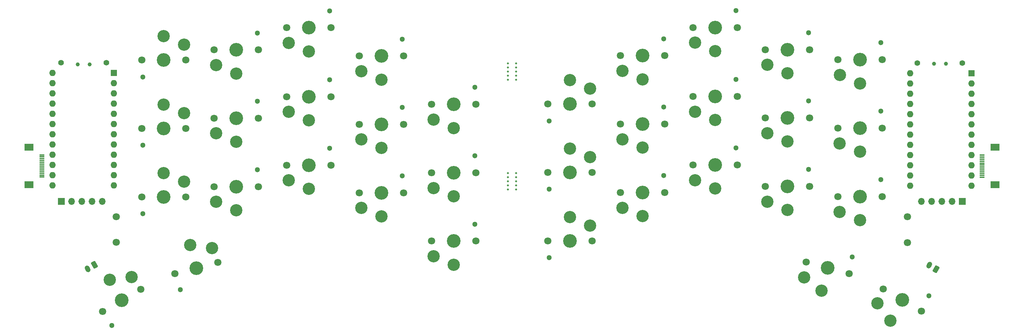
<source format=gbr>
%TF.GenerationSoftware,KiCad,Pcbnew,7.0.10-7.0.10~ubuntu22.04.1*%
%TF.CreationDate,2024-02-24T14:59:25-06:00*%
%TF.ProjectId,roadrunner,726f6164-7275-46e6-9e65-722e6b696361,rev?*%
%TF.SameCoordinates,Original*%
%TF.FileFunction,Soldermask,Top*%
%TF.FilePolarity,Negative*%
%FSLAX46Y46*%
G04 Gerber Fmt 4.6, Leading zero omitted, Abs format (unit mm)*
G04 Created by KiCad (PCBNEW 7.0.10-7.0.10~ubuntu22.04.1) date 2024-02-24 14:59:25*
%MOMM*%
%LPD*%
G01*
G04 APERTURE LIST*
G04 Aperture macros list*
%AMRoundRect*
0 Rectangle with rounded corners*
0 $1 Rounding radius*
0 $2 $3 $4 $5 $6 $7 $8 $9 X,Y pos of 4 corners*
0 Add a 4 corners polygon primitive as box body*
4,1,4,$2,$3,$4,$5,$6,$7,$8,$9,$2,$3,0*
0 Add four circle primitives for the rounded corners*
1,1,$1+$1,$2,$3*
1,1,$1+$1,$4,$5*
1,1,$1+$1,$6,$7*
1,1,$1+$1,$8,$9*
0 Add four rect primitives between the rounded corners*
20,1,$1+$1,$2,$3,$4,$5,0*
20,1,$1+$1,$4,$5,$6,$7,0*
20,1,$1+$1,$6,$7,$8,$9,0*
20,1,$1+$1,$8,$9,$2,$3,0*%
%AMHorizOval*
0 Thick line with rounded ends*
0 $1 width*
0 $2 $3 position (X,Y) of the first rounded end (center of the circle)*
0 $4 $5 position (X,Y) of the second rounded end (center of the circle)*
0 Add line between two ends*
20,1,$1,$2,$3,$4,$5,0*
0 Add two circle primitives to create the rounded ends*
1,1,$1,$2,$3*
1,1,$1,$4,$5*%
G04 Aperture macros list end*
%ADD10C,1.800000*%
%ADD11C,1.300000*%
%ADD12C,3.050000*%
%ADD13C,3.400000*%
%ADD14C,0.500000*%
%ADD15RoundRect,0.250000X-0.009391X0.716266X-0.615609X0.366266X0.009391X-0.716266X0.615609X-0.366266X0*%
%ADD16HorizOval,1.200000X-0.137500X0.238157X0.137500X-0.238157X0*%
%ADD17C,1.397000*%
%ADD18RoundRect,0.250000X0.615609X0.366266X0.009391X0.716266X-0.615609X-0.366266X-0.009391X-0.716266X0*%
%ADD19HorizOval,1.200000X0.137500X0.238157X-0.137500X-0.238157X0*%
%ADD20R,1.700000X1.700000*%
%ADD21O,1.700000X1.700000*%
%ADD22R,1.300000X0.300000*%
%ADD23R,2.200000X1.800000*%
%ADD24C,1.000000*%
%ADD25R,1.600000X1.600000*%
%ADD26O,1.600000X1.600000*%
G04 APERTURE END LIST*
D10*
%TO.C,SW8_r1*%
X103228000Y-58448000D03*
D11*
X102948000Y-54248000D03*
D12*
X97728000Y-64348000D03*
D13*
X97728000Y-58448000D03*
D12*
X92728000Y-62248000D03*
D10*
X92228000Y-58448000D03*
%TD*%
%TO.C,SW6_r1*%
X139272000Y-77332000D03*
D11*
X138992000Y-73132000D03*
D12*
X133772000Y-83232000D03*
D13*
X133772000Y-77332000D03*
D12*
X128772000Y-81132000D03*
D10*
X128272000Y-77332000D03*
%TD*%
D14*
%TO.C,mouse-bite-2mm-slot1*%
X147224000Y-50188000D03*
X147224000Y-51204000D03*
X147224000Y-52220000D03*
X147224000Y-53236000D03*
X147224000Y-54252000D03*
X149256000Y-50188000D03*
X149256000Y-51204000D03*
X149256000Y-52220000D03*
X149256000Y-53236000D03*
X149256000Y-54252000D03*
%TD*%
D10*
%TO.C,SW16*%
X231922592Y-102385505D03*
D11*
X232739173Y-98256147D03*
D12*
X225082968Y-106660962D03*
D13*
X226610000Y-100962000D03*
D12*
X220796858Y-103338423D03*
D10*
X221297408Y-99538495D03*
%TD*%
%TO.C,SW12*%
X186140000Y-82254000D03*
D11*
X185860000Y-78054000D03*
D12*
X180640000Y-88154000D03*
D13*
X180640000Y-82254000D03*
D12*
X175640000Y-86054000D03*
D10*
X175140000Y-82254000D03*
%TD*%
D15*
%TO.C,J2*%
X44532051Y-100220000D03*
D16*
X42800000Y-101220000D03*
%TD*%
D17*
%TO.C,BatGND1*%
X260048800Y-50070700D03*
%TD*%
D10*
%TO.C,SW9_r1*%
X85240000Y-63782000D03*
D11*
X84960000Y-59582000D03*
D12*
X79740000Y-69682000D03*
D13*
X79740000Y-63782000D03*
D12*
X74740000Y-67582000D03*
D10*
X74240000Y-63782000D03*
%TD*%
%TO.C,SW12_r1*%
X121254000Y-82324000D03*
D11*
X120974000Y-78124000D03*
D12*
X115754000Y-88224000D03*
D13*
X115754000Y-82324000D03*
D12*
X110754000Y-86124000D03*
D10*
X110254000Y-82324000D03*
%TD*%
%TO.C,SW14_r1*%
X85240000Y-80800000D03*
D11*
X84960000Y-76600000D03*
D12*
X79740000Y-86700000D03*
D13*
X79740000Y-80800000D03*
D12*
X74740000Y-84600000D03*
D10*
X74240000Y-80800000D03*
%TD*%
D17*
%TO.C,BatGNDr1*%
X47470000Y-50030000D03*
%TD*%
D10*
%TO.C,SW2_r1*%
X121254000Y-48332000D03*
D11*
X120974000Y-44132000D03*
D12*
X115754000Y-54232000D03*
D13*
X115754000Y-48332000D03*
D12*
X110754000Y-52132000D03*
D10*
X110254000Y-48332000D03*
%TD*%
%TO.C,SW7_r1*%
X121254000Y-65306000D03*
D11*
X120974000Y-61106000D03*
D12*
X115754000Y-71206000D03*
D13*
X115754000Y-65306000D03*
D12*
X110754000Y-69106000D03*
D10*
X110254000Y-65306000D03*
%TD*%
D17*
%TO.C,Bat+1*%
X248918800Y-50090700D03*
%TD*%
D10*
%TO.C,SW10_r1*%
X56226000Y-66322000D03*
D11*
X56506000Y-70522000D03*
D12*
X61726000Y-60422000D03*
D13*
X61726000Y-66322000D03*
D12*
X66726000Y-62522000D03*
D10*
X67226000Y-66322000D03*
%TD*%
%TO.C,SW4*%
X222140000Y-46762000D03*
D11*
X221860000Y-42562000D03*
D12*
X216640000Y-52662000D03*
D13*
X216640000Y-46762000D03*
D12*
X211640000Y-50562000D03*
D10*
X211140000Y-46762000D03*
%TD*%
D18*
%TO.C,J1*%
X253559800Y-101282500D03*
D19*
X251827749Y-100282500D03*
%TD*%
D10*
%TO.C,SW10*%
X240120000Y-66252000D03*
D11*
X239840000Y-62052000D03*
D12*
X234620000Y-72152000D03*
D13*
X234620000Y-66252000D03*
D12*
X229620000Y-70052000D03*
D10*
X229120000Y-66252000D03*
%TD*%
%TO.C,SW9*%
X222140000Y-63712000D03*
D11*
X221860000Y-59512000D03*
D12*
X216640000Y-69612000D03*
D13*
X216640000Y-63712000D03*
D12*
X211640000Y-67512000D03*
D10*
X211140000Y-63712000D03*
%TD*%
%TO.C,SW2*%
X186140000Y-48262000D03*
D11*
X185860000Y-44062000D03*
D12*
X180640000Y-54162000D03*
D13*
X180640000Y-48262000D03*
D12*
X175640000Y-52062000D03*
D10*
X175140000Y-48262000D03*
%TD*%
%TO.C,SW17*%
X249933140Y-111712000D03*
D11*
X251790653Y-107934693D03*
D12*
X242220000Y-114071550D03*
D13*
X245170000Y-108962000D03*
D12*
X238939873Y-109752897D03*
D10*
X240406860Y-106212000D03*
%TD*%
%TO.C,SW17_r1*%
X46494860Y-111782000D03*
D11*
X48837347Y-115279307D03*
D12*
X48308000Y-103922450D03*
D13*
X51258000Y-109032000D03*
D12*
X53688127Y-103241103D03*
D10*
X56021140Y-106282000D03*
%TD*%
D20*
%TO.C,J5*%
X36290000Y-84500000D03*
D21*
X38830000Y-84500000D03*
X41370000Y-84500000D03*
X43910000Y-84500000D03*
X46450000Y-84500000D03*
%TD*%
D10*
%TO.C,SW1_r1*%
X139272000Y-60332000D03*
D11*
X138992000Y-56132000D03*
D12*
X133772000Y-66232000D03*
D13*
X133772000Y-60332000D03*
D12*
X128772000Y-64132000D03*
D10*
X128272000Y-60332000D03*
%TD*%
%TO.C,SW6*%
X157140000Y-77262000D03*
D11*
X157420000Y-81462000D03*
D12*
X162640000Y-71362000D03*
D13*
X162640000Y-77262000D03*
D12*
X167640000Y-73462000D03*
D10*
X168140000Y-77262000D03*
%TD*%
%TO.C,SW14*%
X222140000Y-80730000D03*
D11*
X221860000Y-76530000D03*
D12*
X216640000Y-86630000D03*
D13*
X216640000Y-80730000D03*
D12*
X211640000Y-84530000D03*
D10*
X211140000Y-80730000D03*
%TD*%
%TO.C,SW15*%
X240120000Y-83270000D03*
D11*
X239840000Y-79070000D03*
D12*
X234620000Y-89170000D03*
D13*
X234620000Y-83270000D03*
D12*
X229620000Y-87070000D03*
D10*
X229120000Y-83270000D03*
%TD*%
%TO.C,SW1*%
X157140000Y-60262000D03*
D11*
X157420000Y-64462000D03*
D12*
X162640000Y-54362000D03*
D13*
X162640000Y-60262000D03*
D12*
X167640000Y-56462000D03*
D10*
X168140000Y-60262000D03*
%TD*%
D14*
%TO.C,mouse-bite-2mm-slot1*%
X147174000Y-77468000D03*
X147174000Y-78484000D03*
X147174000Y-79500000D03*
X147174000Y-80516000D03*
X147174000Y-81532000D03*
X149206000Y-77468000D03*
X149206000Y-78484000D03*
X149206000Y-79500000D03*
X149206000Y-80516000D03*
X149206000Y-81532000D03*
%TD*%
D10*
%TO.C,SW5_r1*%
X56226000Y-49332000D03*
D11*
X56506000Y-53532000D03*
D12*
X61726000Y-43432000D03*
D13*
X61726000Y-49332000D03*
D12*
X66726000Y-45532000D03*
D10*
X67226000Y-49332000D03*
%TD*%
%TO.C,SW8*%
X204140000Y-58378000D03*
D11*
X203860000Y-54178000D03*
D12*
X198640000Y-64278000D03*
D13*
X198640000Y-58378000D03*
D12*
X193640000Y-62178000D03*
D10*
X193140000Y-58378000D03*
%TD*%
D22*
%TO.C,J7*%
X264974000Y-78452000D03*
X264974000Y-77952000D03*
X264974000Y-77452000D03*
X264974000Y-76952000D03*
X264974000Y-76452000D03*
X264974000Y-75952000D03*
X264974000Y-75452000D03*
X264974000Y-74952000D03*
X264974000Y-74452000D03*
X264974000Y-73952000D03*
X264974000Y-73452000D03*
X264974000Y-72952000D03*
D23*
X268224000Y-80352000D03*
X268224000Y-71052000D03*
%TD*%
D20*
%TO.C,J4*%
X260065000Y-84500000D03*
D21*
X257525000Y-84500000D03*
X254985000Y-84500000D03*
X252445000Y-84500000D03*
X249905000Y-84500000D03*
%TD*%
D10*
%TO.C,SW7*%
X186140000Y-65236000D03*
D11*
X185860000Y-61036000D03*
D12*
X180640000Y-71136000D03*
D13*
X180640000Y-65236000D03*
D12*
X175640000Y-69036000D03*
D10*
X175140000Y-65236000D03*
%TD*%
%TO.C,SW13_r1*%
X103228000Y-75466000D03*
D11*
X102948000Y-71266000D03*
D12*
X97728000Y-81366000D03*
D13*
X97728000Y-75466000D03*
D12*
X92728000Y-79266000D03*
D10*
X92228000Y-75466000D03*
%TD*%
%TO.C,SW16_r1*%
X64505408Y-102455505D03*
D11*
X65862907Y-106439924D03*
D12*
X68290968Y-95333038D03*
D13*
X69818000Y-101032000D03*
D12*
X73664117Y-96067387D03*
D10*
X75130592Y-99608495D03*
%TD*%
%TO.C,SW5*%
X240140000Y-49262000D03*
D11*
X239860000Y-45062000D03*
D12*
X234640000Y-55162000D03*
D13*
X234640000Y-49262000D03*
D12*
X229640000Y-53062000D03*
D10*
X229140000Y-49262000D03*
%TD*%
%TO.C,SW4_r1*%
X85240000Y-46832000D03*
D11*
X84960000Y-42632000D03*
D12*
X79740000Y-52732000D03*
D13*
X79740000Y-46832000D03*
D12*
X74740000Y-50632000D03*
D10*
X74240000Y-46832000D03*
%TD*%
%TO.C,SW3*%
X204140000Y-41262000D03*
D11*
X203860000Y-37062000D03*
D12*
X198640000Y-47162000D03*
D13*
X198640000Y-41262000D03*
D12*
X193640000Y-45062000D03*
D10*
X193140000Y-41262000D03*
%TD*%
D22*
%TO.C,J8*%
X31450000Y-72920000D03*
X31450000Y-73420000D03*
X31450000Y-73920000D03*
X31450000Y-74420000D03*
X31450000Y-74920000D03*
X31450000Y-75420000D03*
X31450000Y-75920000D03*
X31450000Y-76420000D03*
X31450000Y-76920000D03*
X31450000Y-77420000D03*
X31450000Y-77920000D03*
X31450000Y-78420000D03*
D23*
X28200000Y-71020000D03*
X28200000Y-80320000D03*
%TD*%
D10*
%TO.C,RSW1*%
X246440000Y-88300000D03*
X246440000Y-94700000D03*
%TD*%
%TO.C,SW11*%
X157140000Y-94262000D03*
D11*
X157420000Y-98462000D03*
D12*
X162640000Y-88362000D03*
D13*
X162640000Y-94262000D03*
D12*
X167640000Y-90462000D03*
D10*
X168140000Y-94262000D03*
%TD*%
%TO.C,SW3_r1*%
X103228000Y-41332000D03*
D11*
X102948000Y-37132000D03*
D12*
X97728000Y-47232000D03*
D13*
X97728000Y-41332000D03*
D12*
X92728000Y-45132000D03*
D10*
X92228000Y-41332000D03*
%TD*%
%TO.C,SW13*%
X204140000Y-75396000D03*
D11*
X203860000Y-71196000D03*
D12*
X198640000Y-81296000D03*
D13*
X198640000Y-75396000D03*
D12*
X193640000Y-79196000D03*
D10*
X193140000Y-75396000D03*
%TD*%
%TO.C,RSW2*%
X49910000Y-88270000D03*
X49910000Y-94670000D03*
%TD*%
%TO.C,SW15_r1*%
X56226000Y-83340000D03*
D11*
X56506000Y-87540000D03*
D12*
X61726000Y-77440000D03*
D13*
X61726000Y-83340000D03*
D12*
X66726000Y-79540000D03*
D10*
X67226000Y-83340000D03*
%TD*%
%TO.C,SW11_r1*%
X139272000Y-94332000D03*
D11*
X138992000Y-90132000D03*
D12*
X133772000Y-100232000D03*
D13*
X133772000Y-94332000D03*
D12*
X128772000Y-98132000D03*
D10*
X128272000Y-94332000D03*
%TD*%
D17*
%TO.C,Bat+r1*%
X36200000Y-50050000D03*
%TD*%
D24*
%TO.C,SW_POWER1*%
X256020000Y-50275000D03*
X253020000Y-50275000D03*
%TD*%
%TO.C,SW_POWERR1*%
X40350000Y-50415000D03*
X43350000Y-50415000D03*
%TD*%
D25*
%TO.C,U2*%
X49330000Y-52570000D03*
D26*
X49330000Y-55110000D03*
X49330000Y-57650000D03*
X49330000Y-60190000D03*
X49330000Y-62730000D03*
X49330000Y-65270000D03*
X49330000Y-67810000D03*
X49330000Y-70350000D03*
X49330000Y-72890000D03*
X49330000Y-75430000D03*
X49330000Y-77970000D03*
X49330000Y-80510000D03*
X34090000Y-80510000D03*
X34090000Y-77970000D03*
X34090000Y-75430000D03*
X34090000Y-72890000D03*
X34090000Y-70350000D03*
X34090000Y-67810000D03*
X34090000Y-65270000D03*
X34090000Y-62730000D03*
X34090000Y-60190000D03*
X34090000Y-57650000D03*
X34090000Y-55110000D03*
X34090000Y-52570000D03*
%TD*%
D25*
%TO.C,U1*%
X262310000Y-52610000D03*
D26*
X262310000Y-55150000D03*
X262310000Y-57690000D03*
X262310000Y-60230000D03*
X262310000Y-62770000D03*
X262310000Y-65310000D03*
X262310000Y-67850000D03*
X262310000Y-70390000D03*
X262310000Y-72930000D03*
X262310000Y-75470000D03*
X262310000Y-78010000D03*
X262310000Y-80550000D03*
X247070000Y-80550000D03*
X247070000Y-78010000D03*
X247070000Y-75470000D03*
X247070000Y-72930000D03*
X247070000Y-70390000D03*
X247070000Y-67850000D03*
X247070000Y-65310000D03*
X247070000Y-62770000D03*
X247070000Y-60230000D03*
X247070000Y-57690000D03*
X247070000Y-55150000D03*
X247070000Y-52610000D03*
%TD*%
M02*

</source>
